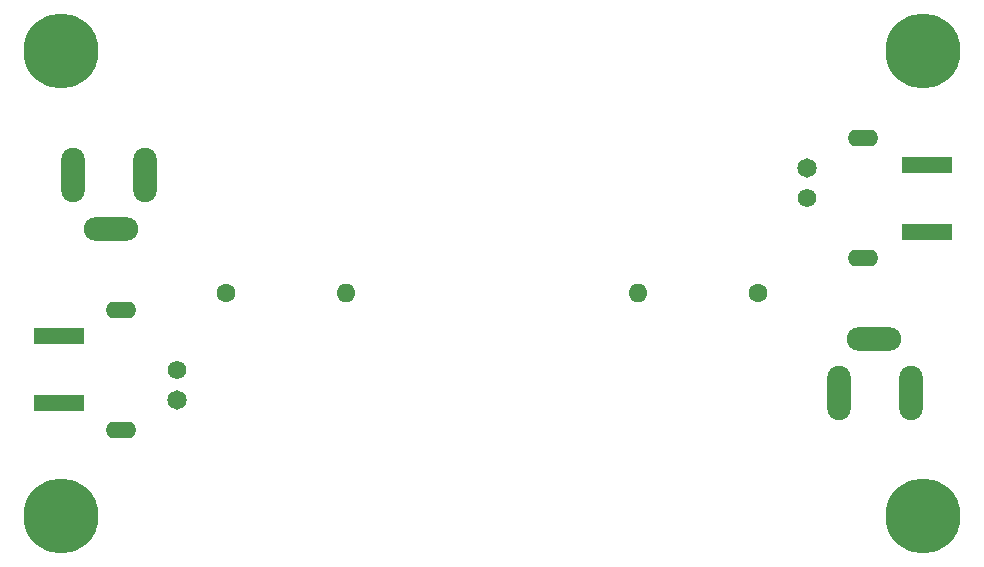
<source format=gbs>
%TF.GenerationSoftware,KiCad,Pcbnew,(5.1.10)-1*%
%TF.CreationDate,2021-11-13T18:12:33-05:00*%
%TF.ProjectId,W7ZOI_TIA_SMT,57375a4f-495f-4544-9941-5f534d542e6b,rev?*%
%TF.SameCoordinates,Original*%
%TF.FileFunction,Soldermask,Bot*%
%TF.FilePolarity,Negative*%
%FSLAX46Y46*%
G04 Gerber Fmt 4.6, Leading zero omitted, Abs format (unit mm)*
G04 Created by KiCad (PCBNEW (5.1.10)-1) date 2021-11-13 18:12:33*
%MOMM*%
%LPD*%
G01*
G04 APERTURE LIST*
%ADD10C,1.600000*%
%ADD11O,1.600000X1.600000*%
%ADD12R,4.200000X1.350000*%
%ADD13C,1.574800*%
%ADD14C,1.651000*%
%ADD15O,2.600000X1.400000*%
%ADD16O,4.600000X2.000000*%
%ADD17O,2.000000X4.600000*%
%ADD18C,6.350000*%
G04 APERTURE END LIST*
D10*
%TO.C,R11*%
X277065000Y-89034600D03*
D11*
X266905000Y-89034600D03*
%TD*%
D12*
%TO.C,P1*%
X217840000Y-92709600D03*
X217840000Y-98359600D03*
%TD*%
%TO.C,P2*%
X291340000Y-78209600D03*
X291340000Y-83859600D03*
%TD*%
D13*
%TO.C,P3*%
X227840000Y-95534600D03*
D14*
X227840000Y-98074600D03*
D15*
X223160000Y-100614600D03*
X223160000Y-90454600D03*
%TD*%
%TO.C,P4*%
X285920000Y-86114600D03*
X285920000Y-75954600D03*
D14*
X281240000Y-78494600D03*
D13*
X281240000Y-81034600D03*
%TD*%
D16*
%TO.C,J1*%
X222240000Y-83634600D03*
D17*
X225140000Y-79034600D03*
X219040000Y-79034600D03*
%TD*%
%TO.C,J2*%
X290040000Y-97534600D03*
X283940000Y-97534600D03*
D16*
X286840000Y-92934600D03*
%TD*%
D11*
%TO.C,R22*%
X242200000Y-89034600D03*
D10*
X232040000Y-89034600D03*
%TD*%
D18*
%TO.C,MTG1*%
X218040000Y-107934600D03*
%TD*%
%TO.C,MTG2*%
X291040000Y-107934600D03*
%TD*%
%TO.C,MTG3*%
X291040000Y-68534600D03*
%TD*%
%TO.C,MTG?1*%
X218040000Y-68534600D03*
%TD*%
M02*

</source>
